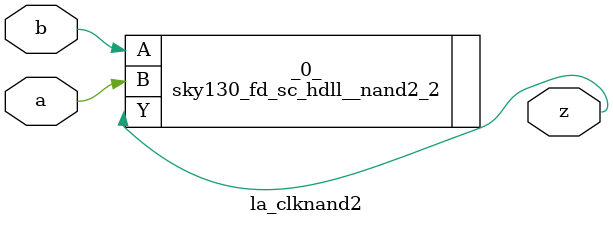
<source format=v>

/* Generated by Yosys 0.44 (git sha1 80ba43d26, g++ 11.4.0-1ubuntu1~22.04 -fPIC -O3) */

(* top =  1  *)
(* src = "inputs/la_clknand2.v:10.1-20.10" *)
module la_clknand2 (
    a,
    b,
    z
);
  (* src = "inputs/la_clknand2.v:13.12-13.13" *)
  input a;
  wire a;
  (* src = "inputs/la_clknand2.v:14.12-14.13" *)
  input b;
  wire b;
  (* src = "inputs/la_clknand2.v:15.12-15.13" *)
  output z;
  wire z;
  sky130_fd_sc_hdll__nand2_2 _0_ (
      .A(b),
      .B(a),
      .Y(z)
  );
endmodule

</source>
